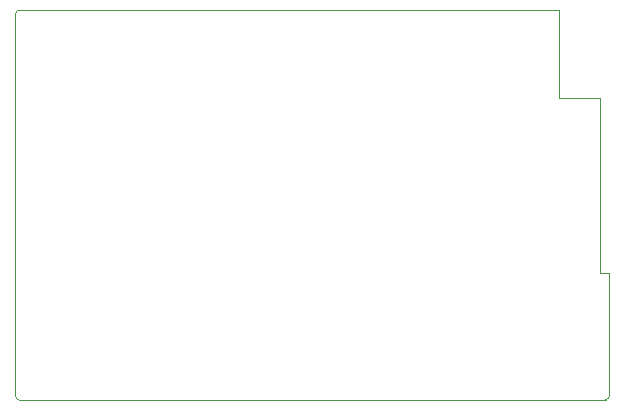
<source format=gm1>
G04 #@! TF.GenerationSoftware,KiCad,Pcbnew,7.0.1-3b83917a11~172~ubuntu22.04.1*
G04 #@! TF.CreationDate,2023-04-18T13:12:10+02:00*
G04 #@! TF.ProjectId,154-watch,3135342d-7761-4746-9368-2e6b69636164,rev?*
G04 #@! TF.SameCoordinates,Original*
G04 #@! TF.FileFunction,Profile,NP*
%FSLAX46Y46*%
G04 Gerber Fmt 4.6, Leading zero omitted, Abs format (unit mm)*
G04 Created by KiCad (PCBNEW 7.0.1-3b83917a11~172~ubuntu22.04.1) date 2023-04-18 13:12:10*
%MOMM*%
%LPD*%
G01*
G04 APERTURE LIST*
G04 #@! TA.AperFunction,Profile*
%ADD10C,0.100000*%
G04 #@! TD*
G04 APERTURE END LIST*
D10*
X72300000Y-62500000D02*
X121987868Y-62500000D01*
X72400000Y-29500000D02*
G75*
G03*
X72000000Y-29900000I0J-400000D01*
G01*
X72000000Y-29900000D02*
X72000000Y-62200000D01*
X122290000Y-51800000D02*
X122290000Y-62200000D01*
X121500000Y-37000000D02*
X121500000Y-51800000D01*
X121500000Y-37000000D02*
X118000000Y-37000000D01*
X121987868Y-62497868D02*
G75*
G03*
X122287868Y-62197868I32J299968D01*
G01*
X72000000Y-62200000D02*
G75*
G03*
X72300000Y-62500000I300000J0D01*
G01*
X121500000Y-51800000D02*
X122290000Y-51800000D01*
X118000000Y-29500000D02*
X72400000Y-29500000D01*
X118000000Y-37000000D02*
X118000000Y-29500000D01*
M02*

</source>
